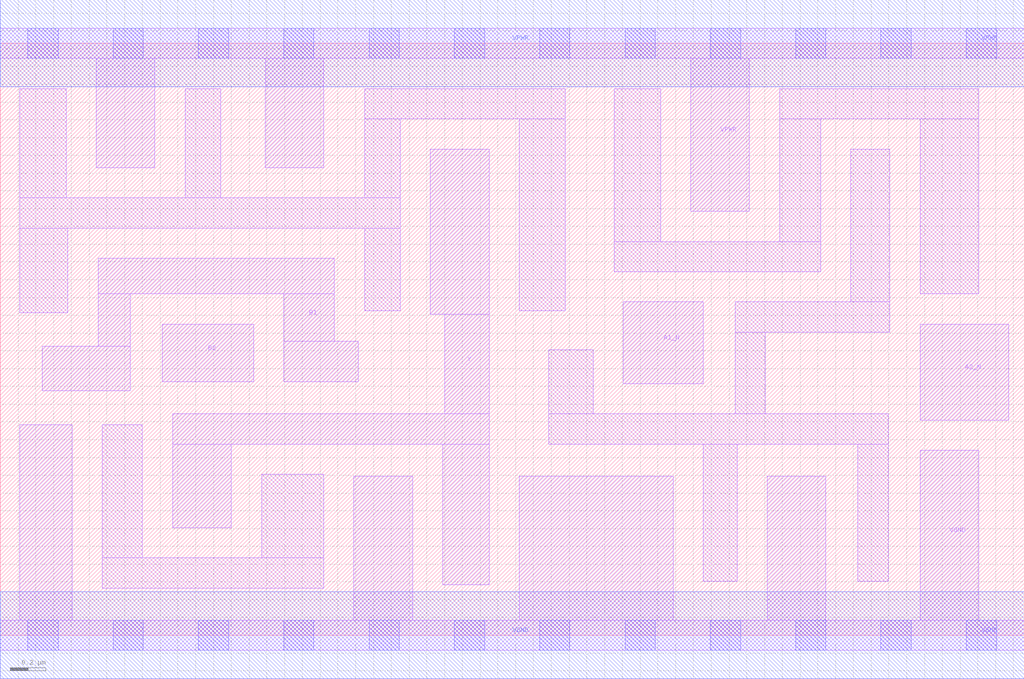
<source format=lef>
# Copyright 2020 The SkyWater PDK Authors
#
# Licensed under the Apache License, Version 2.0 (the "License");
# you may not use this file except in compliance with the License.
# You may obtain a copy of the License at
#
#     https://www.apache.org/licenses/LICENSE-2.0
#
# Unless required by applicable law or agreed to in writing, software
# distributed under the License is distributed on an "AS IS" BASIS,
# WITHOUT WARRANTIES OR CONDITIONS OF ANY KIND, either express or implied.
# See the License for the specific language governing permissions and
# limitations under the License.
#
# SPDX-License-Identifier: Apache-2.0

VERSION 5.7 ;
  NAMESCASESENSITIVE ON ;
  NOWIREEXTENSIONATPIN ON ;
  DIVIDERCHAR "/" ;
  BUSBITCHARS "[]" ;
UNITS
  DATABASE MICRONS 200 ;
END UNITS
MACRO sky130_fd_sc_lp__a2bb2oi_2
  CLASS CORE ;
  SOURCE USER ;
  FOREIGN sky130_fd_sc_lp__a2bb2oi_2 ;
  ORIGIN  0.000000  0.000000 ;
  SIZE  5.760000 BY  3.330000 ;
  SYMMETRY X Y R90 ;
  SITE unit ;
  PIN A1_N
    ANTENNAGATEAREA  0.630000 ;
    DIRECTION INPUT ;
    USE SIGNAL ;
    PORT
      LAYER li1 ;
        RECT 3.505000 1.415000 3.955000 1.875000 ;
    END
  END A1_N
  PIN A2_N
    ANTENNAGATEAREA  0.630000 ;
    DIRECTION INPUT ;
    USE SIGNAL ;
    PORT
      LAYER li1 ;
        RECT 5.175000 1.210000 5.675000 1.750000 ;
    END
  END A2_N
  PIN B1
    ANTENNAGATEAREA  0.630000 ;
    DIRECTION INPUT ;
    USE SIGNAL ;
    PORT
      LAYER li1 ;
        RECT 0.235000 1.375000 0.730000 1.625000 ;
        RECT 0.550000 1.625000 0.730000 1.920000 ;
        RECT 0.550000 1.920000 1.880000 2.120000 ;
        RECT 1.595000 1.425000 2.015000 1.655000 ;
        RECT 1.595000 1.655000 1.880000 1.920000 ;
    END
  END B1
  PIN B2
    ANTENNAGATEAREA  0.630000 ;
    DIRECTION INPUT ;
    USE SIGNAL ;
    PORT
      LAYER li1 ;
        RECT 0.910000 1.425000 1.425000 1.750000 ;
    END
  END B2
  PIN Y
    ANTENNADIFFAREA  0.823200 ;
    DIRECTION OUTPUT ;
    USE SIGNAL ;
    PORT
      LAYER li1 ;
        RECT 0.970000 0.605000 1.300000 1.075000 ;
        RECT 0.970000 1.075000 2.750000 1.245000 ;
        RECT 2.420000 1.805000 2.750000 2.735000 ;
        RECT 2.490000 0.285000 2.750000 1.075000 ;
        RECT 2.500000 1.245000 2.750000 1.805000 ;
    END
  END Y
  PIN VGND
    DIRECTION INOUT ;
    USE GROUND ;
    PORT
      LAYER li1 ;
        RECT 0.000000 -0.085000 5.760000 0.085000 ;
        RECT 0.110000  0.085000 0.405000 1.185000 ;
        RECT 1.990000  0.085000 2.320000 0.895000 ;
        RECT 2.920000  0.085000 3.785000 0.895000 ;
        RECT 4.315000  0.085000 4.645000 0.895000 ;
        RECT 5.175000  0.085000 5.505000 1.040000 ;
      LAYER mcon ;
        RECT 0.155000 -0.085000 0.325000 0.085000 ;
        RECT 0.635000 -0.085000 0.805000 0.085000 ;
        RECT 1.115000 -0.085000 1.285000 0.085000 ;
        RECT 1.595000 -0.085000 1.765000 0.085000 ;
        RECT 2.075000 -0.085000 2.245000 0.085000 ;
        RECT 2.555000 -0.085000 2.725000 0.085000 ;
        RECT 3.035000 -0.085000 3.205000 0.085000 ;
        RECT 3.515000 -0.085000 3.685000 0.085000 ;
        RECT 3.995000 -0.085000 4.165000 0.085000 ;
        RECT 4.475000 -0.085000 4.645000 0.085000 ;
        RECT 4.955000 -0.085000 5.125000 0.085000 ;
        RECT 5.435000 -0.085000 5.605000 0.085000 ;
      LAYER met1 ;
        RECT 0.000000 -0.245000 5.760000 0.245000 ;
    END
  END VGND
  PIN VPWR
    DIRECTION INOUT ;
    USE POWER ;
    PORT
      LAYER li1 ;
        RECT 0.000000 3.245000 5.760000 3.415000 ;
        RECT 0.540000 2.630000 0.870000 3.245000 ;
        RECT 1.490000 2.630000 1.820000 3.245000 ;
        RECT 3.885000 2.385000 4.215000 3.245000 ;
      LAYER mcon ;
        RECT 0.155000 3.245000 0.325000 3.415000 ;
        RECT 0.635000 3.245000 0.805000 3.415000 ;
        RECT 1.115000 3.245000 1.285000 3.415000 ;
        RECT 1.595000 3.245000 1.765000 3.415000 ;
        RECT 2.075000 3.245000 2.245000 3.415000 ;
        RECT 2.555000 3.245000 2.725000 3.415000 ;
        RECT 3.035000 3.245000 3.205000 3.415000 ;
        RECT 3.515000 3.245000 3.685000 3.415000 ;
        RECT 3.995000 3.245000 4.165000 3.415000 ;
        RECT 4.475000 3.245000 4.645000 3.415000 ;
        RECT 4.955000 3.245000 5.125000 3.415000 ;
        RECT 5.435000 3.245000 5.605000 3.415000 ;
      LAYER met1 ;
        RECT 0.000000 3.085000 5.760000 3.575000 ;
    END
  END VPWR
  OBS
    LAYER li1 ;
      RECT 0.110000 1.815000 0.380000 2.290000 ;
      RECT 0.110000 2.290000 2.250000 2.460000 ;
      RECT 0.110000 2.460000 0.370000 3.075000 ;
      RECT 0.575000 0.265000 1.820000 0.435000 ;
      RECT 0.575000 0.435000 0.800000 1.185000 ;
      RECT 1.040000 2.460000 1.240000 3.075000 ;
      RECT 1.470000 0.435000 1.820000 0.905000 ;
      RECT 2.050000 1.825000 2.250000 2.290000 ;
      RECT 2.050000 2.460000 2.250000 2.905000 ;
      RECT 2.050000 2.905000 3.180000 3.075000 ;
      RECT 2.920000 1.825000 3.180000 2.905000 ;
      RECT 3.085000 1.075000 4.995000 1.245000 ;
      RECT 3.085000 1.245000 3.335000 1.605000 ;
      RECT 3.455000 2.045000 4.615000 2.215000 ;
      RECT 3.455000 2.215000 3.715000 3.075000 ;
      RECT 3.955000 0.305000 4.145000 1.075000 ;
      RECT 4.135000 1.245000 4.305000 1.705000 ;
      RECT 4.135000 1.705000 5.005000 1.875000 ;
      RECT 4.385000 2.215000 4.615000 2.905000 ;
      RECT 4.385000 2.905000 5.505000 3.075000 ;
      RECT 4.785000 1.875000 5.005000 2.735000 ;
      RECT 4.825000 0.305000 4.995000 1.075000 ;
      RECT 5.175000 1.920000 5.505000 2.905000 ;
  END
END sky130_fd_sc_lp__a2bb2oi_2

</source>
